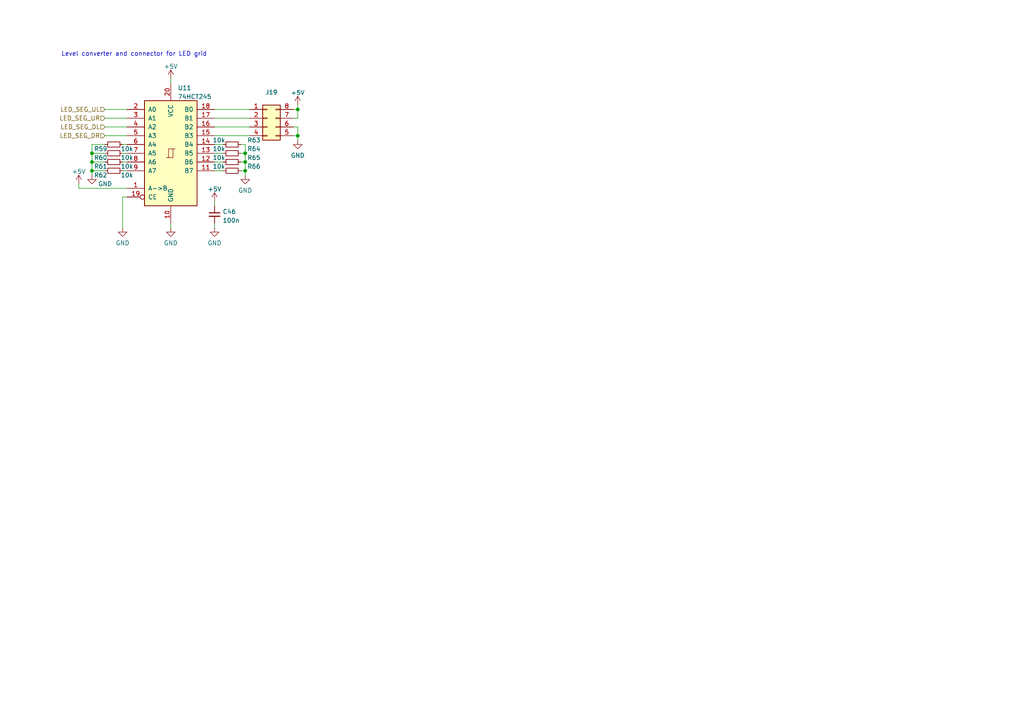
<source format=kicad_sch>
(kicad_sch (version 20211123) (generator eeschema)
  (paper "A4")
  (lib_symbols
    (symbol "74xx:74HC245" (pin_names (offset 1.016))
      (property "Reference" "U" (at -7.62 16.51 0))
      (property "Value" "74HC245" (at -7.62 -16.51 0))
      (symbol "74HC245_1_0"
        (polyline (pts (xy -0.635 -1.27) (xy -0.635 1.27) (xy 0.635 1.27)))
        (polyline (pts (xy -1.27 -1.27) (xy 0.635 -1.27) (xy 0.635 1.27) (xy 1.27 1.27)))
        (pin input line (at -12.7 -10.16 0) (length 5.08) (name "A->B") (number "1"))
        (pin power_in line (at 0 -20.32 90) (length 5.08) (name "GND") (number "10"))
        (pin tri_state line (at 12.7 -5.08 180) (length 5.08) (name "B7") (number "11"))
        (pin tri_state line (at 12.7 -2.54 180) (length 5.08) (name "B6") (number "12"))
        (pin tri_state line (at 12.7 0 180) (length 5.08) (name "B5") (number "13"))
        (pin tri_state line (at 12.7 2.54 180) (length 5.08) (name "B4") (number "14"))
        (pin tri_state line (at 12.7 5.08 180) (length 5.08) (name "B3") (number "15"))
        (pin tri_state line (at 12.7 7.62 180) (length 5.08) (name "B2") (number "16"))
        (pin tri_state line (at 12.7 10.16 180) (length 5.08) (name "B1") (number "17"))
        (pin tri_state line (at 12.7 12.7 180) (length 5.08) (name "B0") (number "18"))
        (pin input inverted (at -12.7 -12.7 0) (length 5.08) (name "CE") (number "19"))
        (pin tri_state line (at -12.7 12.7 0) (length 5.08) (name "A0") (number "2"))
        (pin power_in line (at 0 20.32 270) (length 5.08) (name "VCC") (number "20"))
        (pin tri_state line (at -12.7 10.16 0) (length 5.08) (name "A1") (number "3"))
        (pin tri_state line (at -12.7 7.62 0) (length 5.08) (name "A2") (number "4"))
        (pin tri_state line (at -12.7 5.08 0) (length 5.08) (name "A3") (number "5"))
        (pin tri_state line (at -12.7 2.54 0) (length 5.08) (name "A4") (number "6"))
        (pin tri_state line (at -12.7 0 0) (length 5.08) (name "A5") (number "7"))
        (pin tri_state line (at -12.7 -2.54 0) (length 5.08) (name "A6") (number "8"))
        (pin tri_state line (at -12.7 -5.08 0) (length 5.08) (name "A7") (number "9"))
      )
      (symbol "74HC245_1_1"
        (rectangle (start -7.62 15.24) (end 7.62 -15.24) (stroke (width 0.254)) (fill (type background)))
      )
    )
    (symbol "Connector_Generic:Conn_02x04_Counter_Clockwise" (pin_names (offset 1.016) hide)
      (property "Reference" "J" (at 1.27 5.08 0))
      (property "Value" "Conn_02x04_Counter_Clockwise" (at 1.27 -7.62 0))
      (symbol "Conn_02x04_Counter_Clockwise_1_1"
        (rectangle (start -1.27 -4.953) (end 0 -5.207) (stroke (width 0.1524)))
        (rectangle (start -1.27 -2.413) (end 0 -2.667) (stroke (width 0.1524)))
        (rectangle (start -1.27 0.127) (end 0 -0.127) (stroke (width 0.1524)))
        (rectangle (start -1.27 2.667) (end 0 2.413) (stroke (width 0.1524)))
        (rectangle (start -1.27 3.81) (end 3.81 -6.35) (stroke (width 0.254)) (fill (type background)))
        (rectangle (start 3.81 -4.953) (end 2.54 -5.207) (stroke (width 0.1524)))
        (rectangle (start 3.81 -2.413) (end 2.54 -2.667) (stroke (width 0.1524)))
        (rectangle (start 3.81 0.127) (end 2.54 -0.127) (stroke (width 0.1524)))
        (rectangle (start 3.81 2.667) (end 2.54 2.413) (stroke (width 0.1524)))
        (pin passive line (at -5.08 2.54 0) (length 3.81) (name "Pin_1") (number "1"))
        (pin passive line (at -5.08 0 0) (length 3.81) (name "Pin_2") (number "2"))
        (pin passive line (at -5.08 -2.54 0) (length 3.81) (name "Pin_3") (number "3"))
        (pin passive line (at -5.08 -5.08 0) (length 3.81) (name "Pin_4") (number "4"))
        (pin passive line (at 7.62 -5.08 180) (length 3.81) (name "Pin_5") (number "5"))
        (pin passive line (at 7.62 -2.54 180) (length 3.81) (name "Pin_6") (number "6"))
        (pin passive line (at 7.62 0 180) (length 3.81) (name "Pin_7") (number "7"))
        (pin passive line (at 7.62 2.54 180) (length 3.81) (name "Pin_8") (number "8"))
      )
    )
    (symbol "Device:C_Small" (pin_numbers hide) (pin_names (offset 0.254) hide)
      (property "Reference" "C" (at 0.254 1.778 0))
      (property "Value" "C_Small" (at 0.254 -2.032 0))
      (symbol "C_Small_0_1"
        (polyline (pts (xy -1.524 -0.508) (xy 1.524 -0.508)) (stroke (width 0.3302)))
        (polyline (pts (xy -1.524 0.508) (xy 1.524 0.508)) (stroke (width 0.3048)))
      )
      (symbol "C_Small_1_1"
        (pin passive line (at 0 2.54 270) (length 2.032) (name "~") (number "1"))
        (pin passive line (at 0 -2.54 90) (length 2.032) (name "~") (number "2"))
      )
    )
    (symbol "Device:R_Small" (pin_numbers hide) (pin_names (offset 0.254) hide)
      (property "Reference" "R" (at 0.762 0.508 0))
      (property "Value" "R_Small" (at 0.762 -1.016 0))
      (symbol "R_Small_0_1"
        (rectangle (start -0.762 1.778) (end 0.762 -1.778) (stroke (width 0.2032)))
      )
      (symbol "R_Small_1_1"
        (pin passive line (at 0 2.54 270) (length 0.762) (name "~") (number "1"))
        (pin passive line (at 0 -2.54 90) (length 0.762) (name "~") (number "2"))
      )
    )
    (symbol "power:+5V" (power) (pin_numbers hide) (pin_names (offset 0) hide)
      (property "Value" "+5V" (at 0 3.556 0))
      (symbol "+5V_0_1"
        (polyline (pts (xy -0.762 1.27) (xy 0 2.54)))
        (polyline (pts (xy 0 0) (xy 0 2.54)))
        (polyline (pts (xy 0 2.54) (xy 0.762 1.27)))
      )
      (symbol "+5V_1_1"
        (pin power_in line (at 0 0 90) (length 0) hide (name "+5V") (number "1"))
      )
    )
    (symbol "power:GND" (power) (pin_numbers hide) (pin_names (offset 0) hide)
      (property "Value" "GND" (at 0 -3.81 0))
      (symbol "GND_0_1"
        (polyline (pts (xy 0 0) (xy 0 -1.27) (xy 1.27 -1.27) (xy 0 -2.54) (xy -1.27 -1.27) (xy 0 -1.27)))
      )
      (symbol "GND_1_1"
        (pin power_in line (at 0 0 270) (length 0) hide (name "GND") (number "1"))
      )
    )
  )
  (junction (at 86.36 39.37))
  (junction (at 26.67 46.99))
  (junction (at 26.67 44.45))
  (junction (at 71.12 49.53))
  (junction (at 26.67 49.53))
  (junction (at 71.12 44.45))
  (junction (at 86.36 31.75))
  (junction (at 71.12 46.99))
  (wire (pts (xy 71.12 41.91) (xy 71.12 44.45)))
  (wire (pts (xy 36.83 54.61) (xy 22.86 54.61)))
  (wire (pts (xy 35.56 57.15) (xy 35.56 66.04)))
  (wire (pts (xy 49.53 64.77) (xy 49.53 66.04)))
  (wire (pts (xy 35.56 44.45) (xy 36.83 44.45)))
  (wire (pts (xy 26.67 44.45) (xy 26.67 46.99)))
  (wire (pts (xy 35.56 49.53) (xy 36.83 49.53)))
  (wire (pts (xy 35.56 41.91) (xy 36.83 41.91)))
  (wire (pts (xy 71.12 46.99) (xy 71.12 49.53)))
  (wire (pts (xy 30.48 31.75) (xy 36.83 31.75)))
  (wire (pts (xy 85.09 34.29) (xy 86.36 34.29)))
  (wire (pts (xy 26.67 49.53) (xy 30.48 49.53)))
  (wire (pts (xy 86.36 36.83) (xy 86.36 39.37)))
  (wire (pts (xy 62.23 58.42) (xy 62.23 59.69)))
  (wire (pts (xy 30.48 36.83) (xy 36.83 36.83)))
  (wire (pts (xy 72.39 36.83) (xy 62.23 36.83)))
  (wire (pts (xy 30.48 41.91) (xy 26.67 41.91)))
  (wire (pts (xy 26.67 50.8) (xy 26.67 49.53)))
  (wire (pts (xy 49.53 22.86) (xy 49.53 24.13)))
  (wire (pts (xy 30.48 34.29) (xy 36.83 34.29)))
  (wire (pts (xy 36.83 57.15) (xy 35.56 57.15)))
  (wire (pts (xy 69.85 41.91) (xy 71.12 41.91)))
  (wire (pts (xy 62.23 46.99) (xy 64.77 46.99)))
  (wire (pts (xy 69.85 49.53) (xy 71.12 49.53)))
  (wire (pts (xy 62.23 49.53) (xy 64.77 49.53)))
  (wire (pts (xy 72.39 34.29) (xy 62.23 34.29)))
  (wire (pts (xy 86.36 30.48) (xy 86.36 31.75)))
  (wire (pts (xy 62.23 41.91) (xy 64.77 41.91)))
  (wire (pts (xy 72.39 31.75) (xy 62.23 31.75)))
  (wire (pts (xy 69.85 44.45) (xy 71.12 44.45)))
  (wire (pts (xy 71.12 49.53) (xy 71.12 50.8)))
  (wire (pts (xy 35.56 46.99) (xy 36.83 46.99)))
  (wire (pts (xy 62.23 64.77) (xy 62.23 66.04)))
  (wire (pts (xy 30.48 39.37) (xy 36.83 39.37)))
  (wire (pts (xy 86.36 31.75) (xy 85.09 31.75)))
  (wire (pts (xy 86.36 34.29) (xy 86.36 31.75)))
  (wire (pts (xy 71.12 44.45) (xy 71.12 46.99)))
  (wire (pts (xy 72.39 39.37) (xy 62.23 39.37)))
  (wire (pts (xy 26.67 46.99) (xy 26.67 49.53)))
  (wire (pts (xy 85.09 39.37) (xy 86.36 39.37)))
  (wire (pts (xy 26.67 41.91) (xy 26.67 44.45)))
  (wire (pts (xy 85.09 36.83) (xy 86.36 36.83)))
  (wire (pts (xy 22.86 54.61) (xy 22.86 53.34)))
  (wire (pts (xy 62.23 44.45) (xy 64.77 44.45)))
  (wire (pts (xy 69.85 46.99) (xy 71.12 46.99)))
  (wire (pts (xy 26.67 44.45) (xy 30.48 44.45)))
  (wire (pts (xy 86.36 39.37) (xy 86.36 40.64)))
  (wire (pts (xy 26.67 46.99) (xy 30.48 46.99)))
  (text "Level converter and connector for LED grid" (at 17.78 16.51 0) (effects (font (size 1.27 1.27)) (justify left bottom)))
  (hierarchical_label "LED_SEG_DR" (shape input) (at 30.48 39.37 180))
  (hierarchical_label "LED_SEG_DL" (shape input) (at 30.48 36.83 180))
  (hierarchical_label "LED_SEG_UL" (shape input) (at 30.48 31.75 180))
  (hierarchical_label "LED_SEG_UR" (shape input) (at 30.48 34.29 180))
  (symbol (lib_id "Device:R_Small") (at 33.02 41.91 90) (unit 1)
    (property "Reference" "R59" (at 29.21 43.18 90))
    (property "Value" "10k" (at 36.83 43.18 90))
    (property "Footprint" "Resistor_SMD:R_0603_1608Metric" (effects hide))
  )
  (symbol (lib_id "Device:R_Small") (at 67.31 41.91 90) (unit 1)
    (property "Reference" "R63" (at 73.66 40.64 90))
    (property "Value" "10k" (at 63.5 40.64 90))
    (property "Footprint" "Resistor_SMD:R_0603_1608Metric" (effects hide))
  )
  (symbol (lib_id "power:GND") (at 49.53 66.04 0) (unit 1)
    (property "Reference" "#PWR0108" (effects hide))
    (property "Value" "GND" (at 49.53 70.4834 0))
  )
  (symbol (lib_id "power:GND") (at 62.23 66.04 0) (unit 1)
    (property "Reference" "#PWR0110" (effects hide))
    (property "Value" "GND" (at 62.23 70.4834 0))
  )
  (symbol (lib_id "Device:R_Small") (at 67.31 46.99 90) (unit 1)
    (property "Reference" "R65" (at 73.66 45.72 90))
    (property "Value" "10k" (at 63.5 45.72 90))
    (property "Footprint" "Resistor_SMD:R_0603_1608Metric" (effects hide))
  )
  (symbol (lib_id "power:GND") (at 26.67 50.8 0) (unit 1)
    (property "Reference" "#PWR0105" (effects hide))
    (property "Value" "GND" (at 30.48 53.34 0))
  )
  (symbol (lib_id "power:+5V") (at 62.23 58.42 0) (unit 1)
    (property "Reference" "#PWR0109" (effects hide))
    (property "Value" "+5V" (at 62.23 54.8442 0))
  )
  (symbol (lib_id "power:GND") (at 71.12 50.8 0) (unit 1)
    (property "Reference" "#PWR0111" (effects hide))
    (property "Value" "GND" (at 71.12 55.2434 0))
  )
  (symbol (lib_id "power:+5V") (at 22.86 53.34 0) (unit 1)
    (property "Reference" "#PWR0104" (effects hide))
    (property "Value" "+5V" (at 22.86 49.7642 0))
  )
  (symbol (lib_id "Connector_Generic:Conn_02x04_Counter_Clockwise") (at 77.47 34.29 0) (unit 1)
    (property "Reference" "J19" (at 78.74 26.7802 0))
    (property "Value" "Conn_02x04_Counter_Clockwise" (effects hide))
    (property "Footprint" "Connector_PinHeader_2.54mm:PinHeader_2x04_P2.54mm_Vertical" (effects hide))
  )
  (symbol (lib_id "Device:R_Small") (at 67.31 44.45 90) (unit 1)
    (property "Reference" "R64" (at 73.66 43.18 90))
    (property "Value" "10k" (at 63.5 43.18 90))
    (property "Footprint" "Resistor_SMD:R_0603_1608Metric" (effects hide))
  )
  (symbol (lib_id "74xx:74HC245") (at 49.53 44.45 0) (unit 1)
    (property "Reference" "U11" (at 51.5494 25.5102 0) (effects (justify left)))
    (property "Value" "74HCT245" (at 51.5494 28.0471 0) (effects (justify left)))
    (property "Footprint" "Package_SO:TSSOP-20_4.4x6.5mm_P0.65mm" (effects hide))
    (property "Datasheet" "http://www.ti.com/lit/gpn/sn74HC245" (effects hide))
  )
  (symbol (lib_id "Device:R_Small") (at 33.02 49.53 90) (unit 1)
    (property "Reference" "R62" (at 29.21 50.8 90))
    (property "Value" "10k" (at 36.83 50.8 90))
    (property "Footprint" "Resistor_SMD:R_0603_1608Metric" (effects hide))
  )
  (symbol (lib_id "power:GND") (at 86.36 40.64 0) (unit 1)
    (property "Reference" "#PWR0113" (effects hide))
    (property "Value" "GND" (at 86.36 45.0834 0))
  )
  (symbol (lib_id "power:GND") (at 35.56 66.04 0) (unit 1)
    (property "Reference" "#PWR0106" (effects hide))
    (property "Value" "GND" (at 35.56 70.4834 0))
  )
  (symbol (lib_id "power:+5V") (at 49.53 22.86 0) (unit 1)
    (property "Reference" "#PWR0107" (effects hide))
    (property "Value" "+5V" (at 49.53 19.2842 0))
  )
  (symbol (lib_id "Device:R_Small") (at 33.02 46.99 90) (unit 1)
    (property "Reference" "R61" (at 29.21 48.26 90))
    (property "Value" "10k" (at 36.83 48.26 90))
    (property "Footprint" "Resistor_SMD:R_0603_1608Metric" (effects hide))
  )
  (symbol (lib_id "Device:R_Small") (at 67.31 49.53 90) (unit 1)
    (property "Reference" "R66" (at 73.66 48.26 90))
    (property "Value" "10k" (at 63.5 48.26 90))
    (property "Footprint" "Resistor_SMD:R_0603_1608Metric" (effects hide))
  )
  (symbol (lib_id "Device:C_Small") (at 62.23 62.23 0) (unit 1)
    (property "Reference" "C46" (at 64.5541 61.4016 0) (effects (justify left)))
    (property "Value" "100n" (at 64.5541 63.9385 0) (effects (justify left)))
    (property "Footprint" "Capacitor_SMD:C_0603_1608Metric" (effects hide))
  )
  (symbol (lib_id "Device:R_Small") (at 33.02 44.45 90) (unit 1)
    (property "Reference" "R60" (at 29.21 45.72 90))
    (property "Value" "10k" (at 36.83 45.72 90))
    (property "Footprint" "Resistor_SMD:R_0603_1608Metric" (effects hide))
  )
  (symbol (lib_id "power:+5V") (at 86.36 30.48 0) (unit 1)
    (property "Reference" "#PWR0112" (effects hide))
    (property "Value" "+5V" (at 86.36 26.9042 0))
  )
)
</source>
